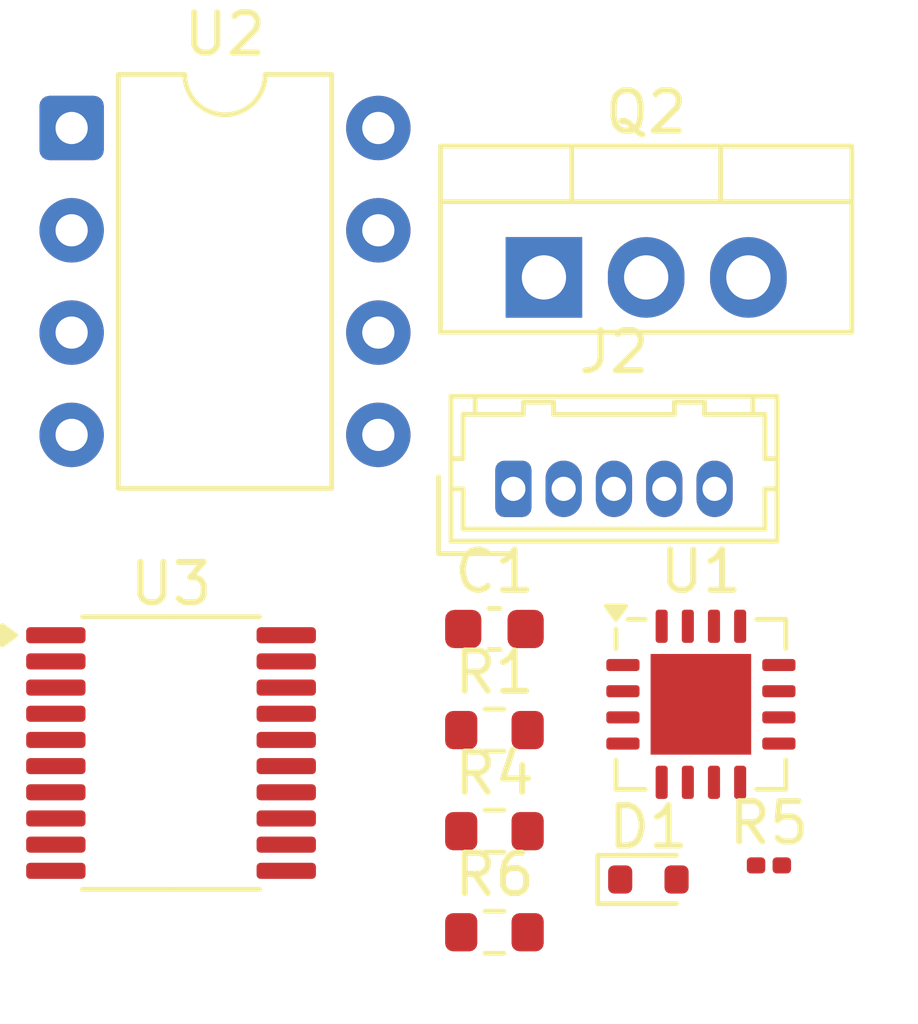
<source format=kicad_pcb>
(kicad_pcb (version 20241229) (generator "pcbnew") (generator_version "9.0")
  (layers (0 "F.Cu" signal) (2 "B.Cu" signal) (13 "F.Paste" user) (15 "B.Paste" user) (5 "F.SilkS" user "F.Silkscreen") (7 "B.SilkS" user "B.Silkscreen") (1 "F.Mask" user) (3 "B.Mask" user) (25 "Edge.Cuts" user))
  (net 0 "")
  (net 1 "DAC")
  (net 2 "GND")
  (net 3 "VCC")
  (net 4 "Net-(D1-A)")
  (net 5 "Net-(J2-Pin_5)")
  (net 6 "FEEDBACK")
  (net 7 "OUT_SH")
  (net 8 "Net-(J2-Pin_4)")
  (net 9 "SENSING")
  (net 10 "Net-(Q2-G)")
  (net 11 "MOSFET")
  (net 12 "Net-(U3-VS)")
  (net 14 "D+")
  (net 18 "ADC")
  (net 20 "D-")
  (footprint "Resistor_SMD:R_0603_1608Metric" (layer "F.Cu") (at 156.7 85.66)
    (property "Reference" "R6" (at 0 -1.43 0) (layer "F.SilkS"))
    (property "Value" "10k")
    (fp_line (start -0.237258 -0.5225) (end 0.237258 -0.5225) (stroke (width 0.12)) (layer "F.SilkS"))
    (fp_line (start -0.237258 0.5225) (end 0.237258 0.5225) (stroke (width 0.12)) (layer "F.SilkS"))
    (pad "1" smd roundrect (at -0.825 0) (size 0.8 0.95) (layers "F.Cu" "F.Mask" "F.Paste") (net 3 "VCC"))
    (pad "2" smd roundrect (at 0.825 0) (size 0.8 0.95) (layers "F.Cu" "F.Mask" "F.Paste") (net 12 "Net-(U3-VS)"))
  )
  (footprint "Resistor_SMD:R_0201_0603Metric" (layer "F.Cu") (at 163.52 84)
    (property "Reference" "R5" (at 0 -1.05 0) (layer "F.SilkS"))
    (property "Value" "100")
    (pad "1" smd roundrect (at -0.32 0) (size 0.46 0.4) (layers "F.Cu" "F.Mask") (net 1 "DAC"))
    (pad "2" smd roundrect (at 0.32 0) (size 0.46 0.4) (layers "F.Cu" "F.Mask") (net 6 "FEEDBACK"))
  )
  (footprint "Package_TO_SOT_THT:TO-220-3_Vertical" (layer "F.Cu") (at 157.93 69.4)
    (property "Reference" "Q2" (at 2.54 -4.1 0) (layer "F.SilkS"))
    (property "Value" "IRLZ44N")
    (fp_line (start -2.57 -3.26) (end -2.57 1.36) (stroke (width 0.12)) (layer "F.SilkS"))
    (fp_line (start -2.57 -3.26) (end 7.65 -3.26) (stroke (width 0.12)) (layer "F.SilkS"))
    (fp_line (start -2.57 -1.88) (end 7.65 -1.88) (stroke (width 0.12)) (layer "F.SilkS"))
    (fp_line (start -2.57 1.36) (end 7.65 1.36) (stroke (width 0.12)) (layer "F.SilkS"))
    (fp_line (start 0.69 -3.26) (end 0.69 -1.88) (stroke (width 0.12)) (layer "F.SilkS"))
    (fp_line (start 4.39 -3.26) (end 4.39 -1.88) (stroke (width 0.12)) (layer "F.SilkS"))
    (fp_line (start 7.65 -3.26) (end 7.65 1.36) (stroke (width 0.12)) (layer "F.SilkS"))
    (pad "1" thru_hole rect (at 0 0) (size 1.905 2) (drill 1.1) (layers "*.Cu" "*.Mask") (net 10 "Net-(Q2-G)"))
    (pad "2" thru_hole oval (at 2.54 0) (size 1.905 2) (drill 1.1) (layers "*.Cu" "*.Mask") (net 3 "VCC"))
    (pad "3" thru_hole oval (at 5.08 0) (size 1.905 2) (drill 1.1) (layers "*.Cu" "*.Mask") (net 9 "SENSING"))
  )
  (footprint "Resistor_SMD:R_0603_1608Metric" (layer "F.Cu") (at 156.7 80.64)
    (property "Reference" "R1" (at 0 -1.43 0) (layer "F.SilkS"))
    (property "Value" "10k")
    (fp_line (start -0.237258 -0.5225) (end 0.237258 -0.5225) (stroke (width 0.12)) (layer "F.SilkS"))
    (fp_line (start -0.237258 0.5225) (end 0.237258 0.5225) (stroke (width 0.12)) (layer "F.SilkS"))
    (pad "1" smd roundrect (at -0.825 0) (size 0.8 0.95) (layers "F.Cu" "F.Mask" "F.Paste") (net 3 "VCC"))
    (pad "2" smd roundrect (at 0.825 0) (size 0.8 0.95) (layers "F.Cu" "F.Mask" "F.Paste") (net 5 "Net-(J2-Pin_5)"))
  )
  (footprint "Resistor_SMD:R_0603_1608Metric" (layer "F.Cu") (at 156.7 83.15)
    (property "Reference" "R4" (at 0 -1.43 0) (layer "F.SilkS"))
    (property "Value" "1k")
    (fp_line (start -0.237258 -0.5225) (end 0.237258 -0.5225) (stroke (width 0.12)) (layer "F.SilkS"))
    (fp_line (start -0.237258 0.5225) (end 0.237258 0.5225) (stroke (width 0.12)) (layer "F.SilkS"))
    (pad "1" smd roundrect (at -0.825 0) (size 0.8 0.95) (layers "F.Cu" "F.Mask" "F.Paste") (net 11 "MOSFET"))
    (pad "2" smd roundrect (at 0.825 0) (size 0.8 0.95) (layers "F.Cu" "F.Mask" "F.Paste") (net 10 "Net-(Q2-G)"))
  )
  (footprint "Diode_SMD:D_SOD-523" (layer "F.Cu") (at 160.525 84.35)
    (property "Reference" "D1" (at 0 -1.3 0) (layer "F.SilkS"))
    (property "Value" "1N4148WT")
    (fp_line (start -1.26 -0.6) (end -1.26 0.6) (stroke (width 0.12)) (layer "F.SilkS"))
    (fp_line (start 0.7 -0.6) (end -1.26 -0.6) (stroke (width 0.12)) (layer "F.SilkS"))
    (fp_line (start 0.7 0.6) (end -1.26 0.6) (stroke (width 0.12)) (layer "F.SilkS"))
    (pad "1" smd roundrect (at -0.7 0 180) (size 0.6 0.7) (layers "F.Cu" "F.Mask" "F.Paste") (net 3 "VCC"))
    (pad "2" smd roundrect (at 0.7 0 180) (size 0.6 0.7) (layers "F.Cu" "F.Mask" "F.Paste") (net 4 "Net-(D1-A)"))
  )
  (footprint "Connector_Hirose:Hirose_DF13-05P-1.25DSA_1x05_P1.25mm_Vertical" (layer "F.Cu") (at 157.17 74.65)
    (property "Reference" "J2" (at 2.5 -3.4 0) (layer "F.SilkS"))
    (property "Value" "Conn_01x05_Pin")
    (fp_line (start -1.86 -0.3) (end -1.86 1.61) (stroke (width 0.12)) (layer "F.SilkS"))
    (fp_line (start -1.86 1.61) (end 0.05 1.61) (stroke (width 0.12)) (layer "F.SilkS"))
    (fp_line (start -1.55 -2.3) (end -1.55 1.3) (stroke (width 0.12)) (layer "F.SilkS"))
    (fp_line (start -1.55 -0.75) (end -1.25 -0.75) (stroke (width 0.12)) (layer "F.SilkS"))
    (fp_line (start -1.55 0) (end -1.25 0) (stroke (width 0.12)) (layer "F.SilkS"))
    (fp_line (start -1.55 1.3) (end 6.55 1.3) (stroke (width 0.12)) (layer "F.SilkS"))
    (fp_line (start -1.25 -1.85) (end -0.95 -1.85) (stroke (width 0.12)) (layer "F.SilkS"))
    (fp_line (start -1.25 -0.75) (end -1.25 -1.85) (stroke (width 0.12)) (layer "F.SilkS"))
    (fp_line (start -1.25 0) (end -1.25 1) (stroke (width 0.12)) (layer "F.SilkS"))
    (fp_line (start -1.25 1) (end 6.25 1) (stroke (width 0.12)) (layer "F.SilkS"))
    (fp_line (start -0.95 -1.85) (end -0.95 -2.3) (stroke (width 0.12)) (layer "F.SilkS"))
    (fp_line (start -0.95 -1.85) (end 0.25 -1.85) (stroke (width 0.12)) (layer "F.SilkS"))
    (fp_line (start 0.25 -2.15) (end 1 -2.15) (stroke (width 0.12)) (layer "F.SilkS"))
    (fp_line (start 0.25 -1.85) (end 0.25 -2.15) (stroke (width 0.12)) (layer "F.SilkS"))
    (fp_line (start 1 -2.15) (end 1 -1.85) (stroke (width 0.12)) (layer "F.SilkS"))
    (fp_line (start 1 -1.85) (end 4 -1.85) (stroke (width 0.12)) (layer "F.SilkS"))
    (fp_line (start 4 -2.15) (end 4.75 -2.15) (stroke (width 0.12)) (layer "F.SilkS"))
    (fp_line (start 4 -1.85) (end 4 -2.15) (stroke (width 0.12)) (layer "F.SilkS"))
    (fp_line (start 4.75 -2.15) (end 4.75 -1.85) (stroke (width 0.12)) (layer "F.SilkS"))
    (fp_line (start 4.75 -1.85) (end 5.95 -1.85) (stroke (width 0.12)) (layer "F.SilkS"))
    (fp_line (start 5.95 -1.85) (end 5.95 -2.3) (stroke (width 0.12)) (layer "F.SilkS"))
    (fp_line (start 6.25 -1.85) (end 5.95 -1.85) (stroke (width 0.12)) (layer "F.SilkS"))
    (fp_line (start 6.25 -0.75) (end 6.25 -1.85) (stroke (width 0.12)) (layer "F.SilkS"))
    (fp_line (start 6.25 0) (end 6.55 0) (stroke (width 0.12)) (layer "F.SilkS"))
    (fp_line (start 6.25 1) (end 6.25 0) (stroke (width 0.12)) (layer "F.SilkS"))
    (fp_line (start 6.55 -2.3) (end -1.55 -2.3) (stroke (width 0.12)) (layer "F.SilkS"))
    (fp_line (start 6.55 -0.75) (end 6.25 -0.75) (stroke (width 0.12)) (layer "F.SilkS"))
    (fp_line (start 6.55 1.3) (end 6.55 -2.3) (stroke (width 0.12)) (layer "F.SilkS"))
    (pad "1" thru_hole roundrect (at 0 0) (size 0.9 1.4) (drill 0.6) (layers "*.Cu" "*.Mask") (net 6 "FEEDBACK"))
    (pad "2" thru_hole oval (at 1.25 0) (size 0.9 1.4) (drill 0.6) (layers "*.Cu" "*.Mask") (net 7 "OUT_SH"))
    (pad "3" thru_hole oval (at 2.5 0) (size 0.9 1.4) (drill 0.6) (layers "*.Cu" "*.Mask") (net 2 "GND"))
    (pad "4" thru_hole oval (at 3.75 0) (size 0.9 1.4) (drill 0.6) (layers "*.Cu" "*.Mask") (net 8 "Net-(J2-Pin_4)"))
    (pad "5" thru_hole oval (at 5 0) (size 0.9 1.4) (drill 0.6) (layers "*.Cu" "*.Mask") (net 5 "Net-(J2-Pin_5)"))
  )
  (footprint "Package_DFN_QFN:QFN-16-1EP_4x4mm_P0.65mm_EP2.5x2.5mm" (layer "F.Cu") (at 161.83 80)
    (property "Reference" "U1" (at 0 -3.3 0) (layer "F.SilkS"))
    (property "Value" "MCP2221AxML")
    (fp_line (start -2.11 -1.385) (end -2.11 -1.87) (stroke (width 0.12)) (layer "F.SilkS"))
    (fp_line (start -2.11 2.11) (end -2.11 1.385) (stroke (width 0.12)) (layer "F.SilkS"))
    (fp_line (start -1.385 -2.11) (end -1.81 -2.11) (stroke (width 0.12)) (layer "F.SilkS"))
    (fp_line (start -1.385 2.11) (end -2.11 2.11) (stroke (width 0.12)) (layer "F.SilkS"))
    (fp_line (start 1.385 -2.11) (end 2.11 -2.11) (stroke (width 0.12)) (layer "F.SilkS"))
    (fp_line (start 1.385 2.11) (end 2.11 2.11) (stroke (width 0.12)) (layer "F.SilkS"))
    (fp_line (start 2.11 -2.11) (end 2.11 -1.385) (stroke (width 0.12)) (layer "F.SilkS"))
    (fp_line (start 2.11 2.11) (end 2.11 1.385) (stroke (width 0.12)) (layer "F.SilkS"))
    (fp_poly (pts (xy -2.11 -2.11) (xy -2.35 -2.44) (xy -1.87 -2.44)) (stroke (width 0.12)) (fill yes) (layer "F.SilkS"))
    (pad "1" smd roundrect (at -1.9375 -0.975) (size 0.825 0.3) (layers "F.Cu" "F.Mask" "F.Paste") (net 18 "ADC"))
    (pad "2" smd roundrect (at -1.9375 -0.325) (size 0.825 0.3) (layers "F.Cu" "F.Mask" "F.Paste") (net 1 "DAC"))
    (pad "3" smd roundrect (at -1.9375 0.325) (size 0.825 0.3) (layers "F.Cu" "F.Mask" "F.Paste"))
    (pad "4" smd roundrect (at -1.9375 0.975) (size 0.825 0.3) (layers "F.Cu" "F.Mask" "F.Paste"))
    (pad "5" smd roundrect (at -0.975 1.9375) (size 0.3 0.825) (layers "F.Cu" "F.Mask" "F.Paste"))
    (pad "6" smd roundrect (at -0.325 1.9375) (size 0.3 0.825) (layers "F.Cu" "F.Mask" "F.Paste") (net 6 "FEEDBACK"))
    (pad "7" smd roundrect (at 0.325 1.9375) (size 0.3 0.825) (layers "F.Cu" "F.Mask" "F.Paste") (net 11 "MOSFET"))
    (pad "8" smd roundrect (at 0.975 1.9375) (size 0.3 0.825) (layers "F.Cu" "F.Mask" "F.Paste") (net 5 "Net-(J2-Pin_5)"))
    (pad "9" smd roundrect (at 1.9375 0.975) (size 0.825 0.3) (layers "F.Cu" "F.Mask" "F.Paste") (net 8 "Net-(J2-Pin_4)"))
    (pad "10" smd roundrect (at 1.9375 0.325) (size 0.825 0.3) (layers "F.Cu" "F.Mask" "F.Paste"))
    (pad "11" smd roundrect (at 1.9375 -0.325) (size 0.825 0.3) (layers "F.Cu" "F.Mask" "F.Paste") (net 20 "D-"))
    (pad "12" smd roundrect (at 1.9375 -0.975) (size 0.825 0.3) (layers "F.Cu" "F.Mask" "F.Paste") (net 14 "D+"))
    (pad "13" smd roundrect (at 0.975 -1.9375) (size 0.3 0.825) (layers "F.Cu" "F.Mask" "F.Paste") (net 2 "GND"))
    (pad "14" smd roundrect (at 0.325 -1.9375) (size 0.3 0.825) (layers "F.Cu" "F.Mask" "F.Paste"))
    (pad "15" smd roundrect (at -0.325 -1.9375) (size 0.3 0.825) (layers "F.Cu" "F.Mask" "F.Paste"))
    (pad "16" smd roundrect (at -0.975 -1.9375) (size 0.3 0.825) (layers "F.Cu" "F.Mask" "F.Paste") (net 3 "VCC"))
    (pad "17" smd rect (at 0 0) (size 2.5 2.5) (property pad_prop_heatsink) (layers "F.Cu" "F.Mask"))
  )
  (footprint "Capacitor_SMD:C_0603_1608Metric" (layer "F.Cu") (at 156.7 78.13)
    (property "Reference" "C1" (at 0 -1.43 0) (layer "F.SilkS"))
    (property "Value" "C")
    (fp_line (start -0.14058 -0.51) (end 0.14058 -0.51) (stroke (width 0.12)) (layer "F.SilkS"))
    (fp_line (start -0.14058 0.51) (end 0.14058 0.51) (stroke (width 0.12)) (layer "F.SilkS"))
    (pad "1" smd roundrect (at -0.775 0) (size 0.9 0.95) (layers "F.Cu" "F.Mask" "F.Paste") (net 1 "DAC"))
    (pad "2" smd roundrect (at 0.775 0) (size 0.9 0.95) (layers "F.Cu" "F.Mask" "F.Paste") (net 2 "GND"))
  )
  (footprint "Package_DIP:DIP-8_W7.62mm" (layer "F.Cu") (at 146.195 65.69)
    (property "Reference" "U2" (at 3.81 -2.33 0) (layer "F.SilkS"))
    (property "Value" "OPA551P")
    (fp_line (start 1.16 -1.33) (end 1.16 8.95) (stroke (width 0.12)) (layer "F.SilkS"))
    (fp_line (start 1.16 8.95) (end 6.46 8.95) (stroke (width 0.12)) (layer "F.SilkS"))
    (fp_line (start 2.81 -1.33) (end 1.16 -1.33) (stroke (width 0.12)) (layer "F.SilkS"))
    (fp_line (start 6.46 -1.33) (end 4.81 -1.33) (stroke (width 0.12)) (layer "F.SilkS"))
    (fp_line (start 6.46 8.95) (end 6.46 -1.33) (stroke (width 0.12)) (layer "F.SilkS"))
    (fp_arc (start 4.81 -1.33) (mid 3.81 -0.33) (end 2.81 -1.33) (stroke (width 0.12)) (layer "F.SilkS"))
    (pad "1" thru_hole roundrect (at 0 0) (size 1.6 1.6) (drill 0.8) (layers "*.Cu" "*.Mask") (roundrect_rratio 0.15625))
    (pad "2" thru_hole circle (at 0 2.54) (size 1.6 1.6) (drill 0.8) (layers "*.Cu" "*.Mask") (net 2 "GND"))
    (pad "3" thru_hole circle (at 0 5.08) (size 1.6 1.6) (drill 0.8) (layers "*.Cu" "*.Mask") (net 1 "DAC"))
    (pad "4" thru_hole circle (at 0 7.62) (size 1.6 1.6) (drill 0.8) (layers "*.Cu" "*.Mask") (net 2 "GND"))
    (pad "5" thru_hole circle (at 7.62 7.62) (size 1.6 1.6) (drill 0.8) (layers "*.Cu" "*.Mask"))
    (pad "6" thru_hole circle (at 7.62 5.08) (size 1.6 1.6) (drill 0.8) (layers "*.Cu" "*.Mask") (net 6 "FEEDBACK"))
    (pad "7" thru_hole circle (at 7.62 2.54) (size 1.6 1.6) (drill 0.8) (layers "*.Cu" "*.Mask") (net 3 "VCC"))
    (pad "8" thru_hole circle (at 7.62 0) (size 1.6 1.6) (drill 0.8) (layers "*.Cu" "*.Mask"))
  )
  (footprint "Package_SO:TSSOP-20_4.4x6.5mm_P0.65mm" (layer "F.Cu") (at 148.665 81.21)
    (property "Reference" "U3" (at 0 -4.2 0) (layer "F.SilkS"))
    (property "Value" "INA253")
    (fp_line (start 0 -3.385) (end -2.2 -3.385) (stroke (width 0.12)) (layer "F.SilkS"))
    (fp_line (start 0 -3.385) (end 2.2 -3.385) (stroke (width 0.12)) (layer "F.SilkS"))
    (fp_line (start 0 3.385) (end -2.2 3.385) (stroke (width 0.12)) (layer "F.SilkS"))
    (fp_line (start 0 3.385) (end 2.2 3.385) (stroke (width 0.12)) (layer "F.SilkS"))
    (fp_poly (pts (xy -3.86 -2.925) (xy -4.19 -2.685) (xy -4.19 -3.165)) (stroke (width 0.12)) (fill yes) (layer "F.SilkS"))
    (pad "1" smd roundrect (at -2.8625 -2.925) (size 1.475 0.4) (layers "F.Cu" "F.Mask" "F.Paste") (net 7 "OUT_SH"))
    (pad "2" smd roundrect (at -2.8625 -2.275) (size 1.475 0.4) (layers "F.Cu" "F.Mask" "F.Paste") (net 7 "OUT_SH"))
    (pad "3" smd roundrect (at -2.8625 -1.625) (size 1.475 0.4) (layers "F.Cu" "F.Mask" "F.Paste") (net 7 "OUT_SH"))
    (pad "4" smd roundrect (at -2.8625 -0.975) (size 1.475 0.4) (layers "F.Cu" "F.Mask" "F.Paste"))
    (pad "5" smd roundrect (at -2.8625 -0.325) (size 1.475 0.4) (layers "F.Cu" "F.Mask" "F.Paste") (net 7 "OUT_SH"))
    (pad "6" smd roundrect (at -2.8625 0.325) (size 1.475 0.4) (layers "F.Cu" "F.Mask" "F.Paste") (net 2 "GND"))
    (pad "7" smd roundrect (at -2.8625 0.975) (size 1.475 0.4) (layers "F.Cu" "F.Mask" "F.Paste"))
    (pad "8" smd roundrect (at -2.8625 1.625) (size 1.475 0.4) (layers "F.Cu" "F.Mask" "F.Paste"))
    (pad "9" smd roundrect (at -2.8625 2.275) (size 1.475 0.4) (layers "F.Cu" "F.Mask" "F.Paste") (net 12 "Net-(U3-VS)"))
    (pad "10" smd roundrect (at -2.8625 2.925) (size 1.475 0.4) (layers "F.Cu" "F.Mask" "F.Paste") (net 2 "GND"))
    (pad "11" smd roundrect (at 2.8625 2.925) (size 1.475 0.4) (layers "F.Cu" "F.Mask" "F.Paste") (net 2 "GND"))
    (pad "12" smd roundrect (at 2.8625 2.275) (size 1.475 0.4) (layers "F.Cu" "F.Mask" "F.Paste"))
    (pad "13" smd roundrect (at 2.8625 1.625) (size 1.475 0.4) (layers "F.Cu" "F.Mask" "F.Paste") (net 18 "ADC"))
    (pad "14" smd roundrect (at 2.8625 0.975) (size 1.475 0.4) (layers "F.Cu" "F.Mask" "F.Paste"))
    (pad "15" smd roundrect (at 2.8625 0.325) (size 1.475 0.4) (layers "F.Cu" "F.Mask" "F.Paste") (net 2 "GND"))
    (pad "16" smd roundrect (at 2.8625 -0.325) (size 1.475 0.4) (layers "F.Cu" "F.Mask" "F.Paste") (net 9 "SENSING"))
    (pad "17" smd roundrect (at 2.8625 -0.975) (size 1.475 0.4) (layers "F.Cu" "F.Mask" "F.Paste"))
    (pad "18" smd roundrect (at 2.8625 -1.625) (size 1.475 0.4) (layers "F.Cu" "F.Mask" "F.Paste") (net 9 "SENSING"))
    (pad "19" smd roundrect (at 2.8625 -2.275) (size 1.475 0.4) (layers "F.Cu" "F.Mask" "F.Paste") (net 9 "SENSING"))
    (pad "20" smd roundrect (at 2.8625 -2.925) (size 1.475 0.4) (layers "F.Cu" "F.Mask" "F.Paste") (net 9 "SENSING"))
  )
)
</source>
